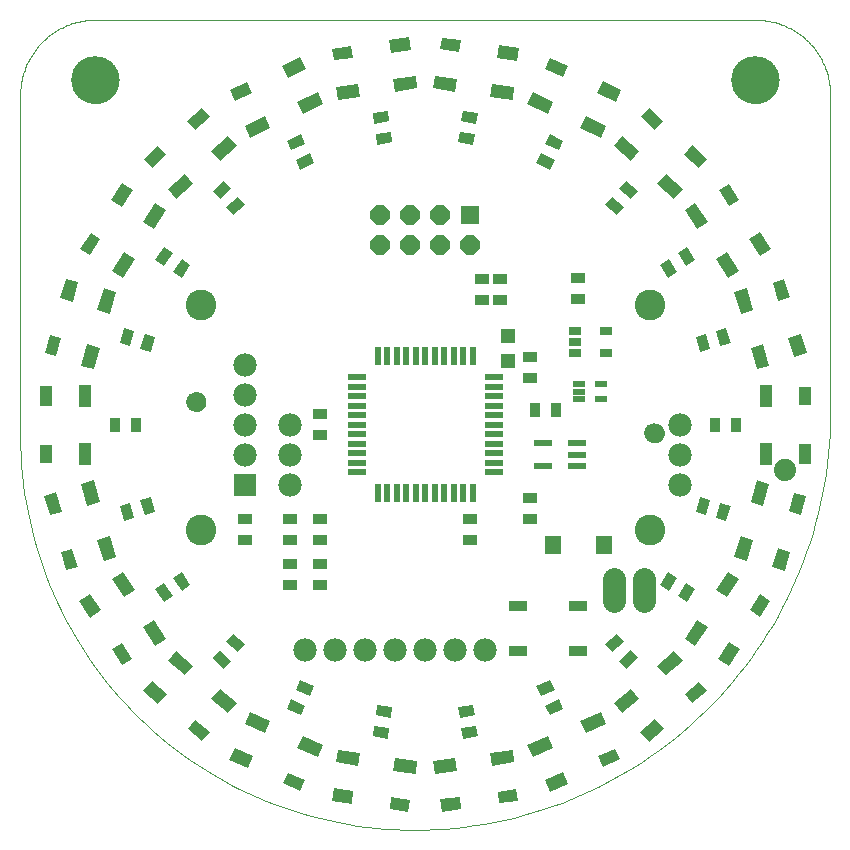
<source format=gts>
G75*
%MOIN*%
%OFA0B0*%
%FSLAX25Y25*%
%IPPOS*%
%LPD*%
%AMOC8*
5,1,8,0,0,1.08239X$1,22.5*
%
%ADD10C,0.00000*%
%ADD11C,0.15900*%
%ADD12C,0.10243*%
%ADD13C,0.06600*%
%ADD14R,0.03550X0.05124*%
%ADD15R,0.05124X0.03550*%
%ADD16R,0.06306X0.01975*%
%ADD17C,0.07800*%
%ADD18C,0.07400*%
%ADD19R,0.07800X0.07800*%
%ADD20R,0.03943X0.06306*%
%ADD21R,0.04337X0.07487*%
%ADD22R,0.04337X0.06699*%
%ADD23R,0.06306X0.03943*%
%ADD24R,0.07487X0.04337*%
%ADD25R,0.06699X0.04337*%
%ADD26R,0.05124X0.05124*%
%ADD27R,0.06400X0.03400*%
%ADD28R,0.02132X0.06306*%
%ADD29R,0.06306X0.02132*%
%ADD30R,0.06400X0.06400*%
%ADD31OC8,0.06400*%
%ADD32R,0.05400X0.06187*%
%ADD33R,0.04337X0.01975*%
%ADD34C,0.07800*%
%ADD35R,0.04298X0.03117*%
D10*
X0002665Y0132750D02*
X0002665Y0246500D01*
X0002672Y0247104D01*
X0002694Y0247708D01*
X0002731Y0248311D01*
X0002782Y0248913D01*
X0002847Y0249513D01*
X0002927Y0250112D01*
X0003022Y0250709D01*
X0003131Y0251303D01*
X0003254Y0251895D01*
X0003391Y0252483D01*
X0003543Y0253068D01*
X0003709Y0253649D01*
X0003889Y0254225D01*
X0004082Y0254798D01*
X0004290Y0255365D01*
X0004511Y0255927D01*
X0004745Y0256484D01*
X0004993Y0257035D01*
X0005254Y0257580D01*
X0005529Y0258118D01*
X0005816Y0258650D01*
X0006116Y0259174D01*
X0006428Y0259691D01*
X0006753Y0260200D01*
X0007090Y0260702D01*
X0007440Y0261195D01*
X0007801Y0261679D01*
X0008173Y0262155D01*
X0008557Y0262621D01*
X0008952Y0263078D01*
X0009358Y0263525D01*
X0009775Y0263963D01*
X0010202Y0264390D01*
X0010640Y0264807D01*
X0011087Y0265213D01*
X0011544Y0265608D01*
X0012010Y0265992D01*
X0012486Y0266364D01*
X0012970Y0266725D01*
X0013463Y0267075D01*
X0013965Y0267412D01*
X0014474Y0267737D01*
X0014991Y0268049D01*
X0015515Y0268349D01*
X0016047Y0268636D01*
X0016585Y0268911D01*
X0017130Y0269172D01*
X0017681Y0269420D01*
X0018238Y0269654D01*
X0018800Y0269875D01*
X0019367Y0270083D01*
X0019940Y0270276D01*
X0020516Y0270456D01*
X0021097Y0270622D01*
X0021682Y0270774D01*
X0022270Y0270911D01*
X0022862Y0271034D01*
X0023456Y0271143D01*
X0024053Y0271238D01*
X0024652Y0271318D01*
X0025252Y0271383D01*
X0025854Y0271434D01*
X0026457Y0271471D01*
X0027061Y0271493D01*
X0027665Y0271500D01*
X0247650Y0271500D01*
X0239915Y0251500D02*
X0239917Y0251690D01*
X0239924Y0251880D01*
X0239936Y0252070D01*
X0239952Y0252260D01*
X0239973Y0252449D01*
X0239999Y0252637D01*
X0240029Y0252825D01*
X0240064Y0253012D01*
X0240103Y0253198D01*
X0240147Y0253383D01*
X0240196Y0253567D01*
X0240249Y0253750D01*
X0240306Y0253931D01*
X0240368Y0254111D01*
X0240434Y0254289D01*
X0240505Y0254466D01*
X0240580Y0254641D01*
X0240659Y0254814D01*
X0240743Y0254984D01*
X0240830Y0255153D01*
X0240922Y0255320D01*
X0241018Y0255484D01*
X0241117Y0255646D01*
X0241221Y0255806D01*
X0241329Y0255963D01*
X0241440Y0256117D01*
X0241555Y0256268D01*
X0241674Y0256417D01*
X0241797Y0256562D01*
X0241923Y0256705D01*
X0242052Y0256844D01*
X0242185Y0256980D01*
X0242321Y0257113D01*
X0242460Y0257242D01*
X0242603Y0257368D01*
X0242748Y0257491D01*
X0242897Y0257610D01*
X0243048Y0257725D01*
X0243202Y0257836D01*
X0243359Y0257944D01*
X0243519Y0258048D01*
X0243681Y0258147D01*
X0243845Y0258243D01*
X0244012Y0258335D01*
X0244181Y0258422D01*
X0244351Y0258506D01*
X0244524Y0258585D01*
X0244699Y0258660D01*
X0244876Y0258731D01*
X0245054Y0258797D01*
X0245234Y0258859D01*
X0245415Y0258916D01*
X0245598Y0258969D01*
X0245782Y0259018D01*
X0245967Y0259062D01*
X0246153Y0259101D01*
X0246340Y0259136D01*
X0246528Y0259166D01*
X0246716Y0259192D01*
X0246905Y0259213D01*
X0247095Y0259229D01*
X0247285Y0259241D01*
X0247475Y0259248D01*
X0247665Y0259250D01*
X0247855Y0259248D01*
X0248045Y0259241D01*
X0248235Y0259229D01*
X0248425Y0259213D01*
X0248614Y0259192D01*
X0248802Y0259166D01*
X0248990Y0259136D01*
X0249177Y0259101D01*
X0249363Y0259062D01*
X0249548Y0259018D01*
X0249732Y0258969D01*
X0249915Y0258916D01*
X0250096Y0258859D01*
X0250276Y0258797D01*
X0250454Y0258731D01*
X0250631Y0258660D01*
X0250806Y0258585D01*
X0250979Y0258506D01*
X0251149Y0258422D01*
X0251318Y0258335D01*
X0251485Y0258243D01*
X0251649Y0258147D01*
X0251811Y0258048D01*
X0251971Y0257944D01*
X0252128Y0257836D01*
X0252282Y0257725D01*
X0252433Y0257610D01*
X0252582Y0257491D01*
X0252727Y0257368D01*
X0252870Y0257242D01*
X0253009Y0257113D01*
X0253145Y0256980D01*
X0253278Y0256844D01*
X0253407Y0256705D01*
X0253533Y0256562D01*
X0253656Y0256417D01*
X0253775Y0256268D01*
X0253890Y0256117D01*
X0254001Y0255963D01*
X0254109Y0255806D01*
X0254213Y0255646D01*
X0254312Y0255484D01*
X0254408Y0255320D01*
X0254500Y0255153D01*
X0254587Y0254984D01*
X0254671Y0254814D01*
X0254750Y0254641D01*
X0254825Y0254466D01*
X0254896Y0254289D01*
X0254962Y0254111D01*
X0255024Y0253931D01*
X0255081Y0253750D01*
X0255134Y0253567D01*
X0255183Y0253383D01*
X0255227Y0253198D01*
X0255266Y0253012D01*
X0255301Y0252825D01*
X0255331Y0252637D01*
X0255357Y0252449D01*
X0255378Y0252260D01*
X0255394Y0252070D01*
X0255406Y0251880D01*
X0255413Y0251690D01*
X0255415Y0251500D01*
X0255413Y0251310D01*
X0255406Y0251120D01*
X0255394Y0250930D01*
X0255378Y0250740D01*
X0255357Y0250551D01*
X0255331Y0250363D01*
X0255301Y0250175D01*
X0255266Y0249988D01*
X0255227Y0249802D01*
X0255183Y0249617D01*
X0255134Y0249433D01*
X0255081Y0249250D01*
X0255024Y0249069D01*
X0254962Y0248889D01*
X0254896Y0248711D01*
X0254825Y0248534D01*
X0254750Y0248359D01*
X0254671Y0248186D01*
X0254587Y0248016D01*
X0254500Y0247847D01*
X0254408Y0247680D01*
X0254312Y0247516D01*
X0254213Y0247354D01*
X0254109Y0247194D01*
X0254001Y0247037D01*
X0253890Y0246883D01*
X0253775Y0246732D01*
X0253656Y0246583D01*
X0253533Y0246438D01*
X0253407Y0246295D01*
X0253278Y0246156D01*
X0253145Y0246020D01*
X0253009Y0245887D01*
X0252870Y0245758D01*
X0252727Y0245632D01*
X0252582Y0245509D01*
X0252433Y0245390D01*
X0252282Y0245275D01*
X0252128Y0245164D01*
X0251971Y0245056D01*
X0251811Y0244952D01*
X0251649Y0244853D01*
X0251485Y0244757D01*
X0251318Y0244665D01*
X0251149Y0244578D01*
X0250979Y0244494D01*
X0250806Y0244415D01*
X0250631Y0244340D01*
X0250454Y0244269D01*
X0250276Y0244203D01*
X0250096Y0244141D01*
X0249915Y0244084D01*
X0249732Y0244031D01*
X0249548Y0243982D01*
X0249363Y0243938D01*
X0249177Y0243899D01*
X0248990Y0243864D01*
X0248802Y0243834D01*
X0248614Y0243808D01*
X0248425Y0243787D01*
X0248235Y0243771D01*
X0248045Y0243759D01*
X0247855Y0243752D01*
X0247665Y0243750D01*
X0247475Y0243752D01*
X0247285Y0243759D01*
X0247095Y0243771D01*
X0246905Y0243787D01*
X0246716Y0243808D01*
X0246528Y0243834D01*
X0246340Y0243864D01*
X0246153Y0243899D01*
X0245967Y0243938D01*
X0245782Y0243982D01*
X0245598Y0244031D01*
X0245415Y0244084D01*
X0245234Y0244141D01*
X0245054Y0244203D01*
X0244876Y0244269D01*
X0244699Y0244340D01*
X0244524Y0244415D01*
X0244351Y0244494D01*
X0244181Y0244578D01*
X0244012Y0244665D01*
X0243845Y0244757D01*
X0243681Y0244853D01*
X0243519Y0244952D01*
X0243359Y0245056D01*
X0243202Y0245164D01*
X0243048Y0245275D01*
X0242897Y0245390D01*
X0242748Y0245509D01*
X0242603Y0245632D01*
X0242460Y0245758D01*
X0242321Y0245887D01*
X0242185Y0246020D01*
X0242052Y0246156D01*
X0241923Y0246295D01*
X0241797Y0246438D01*
X0241674Y0246583D01*
X0241555Y0246732D01*
X0241440Y0246883D01*
X0241329Y0247037D01*
X0241221Y0247194D01*
X0241117Y0247354D01*
X0241018Y0247516D01*
X0240922Y0247680D01*
X0240830Y0247847D01*
X0240743Y0248016D01*
X0240659Y0248186D01*
X0240580Y0248359D01*
X0240505Y0248534D01*
X0240434Y0248711D01*
X0240368Y0248889D01*
X0240306Y0249069D01*
X0240249Y0249250D01*
X0240196Y0249433D01*
X0240147Y0249617D01*
X0240103Y0249802D01*
X0240064Y0249988D01*
X0240029Y0250175D01*
X0239999Y0250363D01*
X0239973Y0250551D01*
X0239952Y0250740D01*
X0239936Y0250930D01*
X0239924Y0251120D01*
X0239917Y0251310D01*
X0239915Y0251500D01*
X0247649Y0271500D02*
X0248254Y0271493D01*
X0248858Y0271471D01*
X0249461Y0271434D01*
X0250063Y0271383D01*
X0250664Y0271318D01*
X0251263Y0271238D01*
X0251860Y0271143D01*
X0252454Y0271034D01*
X0253046Y0270911D01*
X0253634Y0270773D01*
X0254219Y0270621D01*
X0254801Y0270456D01*
X0255377Y0270276D01*
X0255950Y0270082D01*
X0256518Y0269874D01*
X0257080Y0269653D01*
X0257637Y0269419D01*
X0258188Y0269170D01*
X0258733Y0268909D01*
X0259271Y0268635D01*
X0259803Y0268347D01*
X0260327Y0268047D01*
X0260845Y0267734D01*
X0261354Y0267409D01*
X0261855Y0267072D01*
X0262348Y0266722D01*
X0262833Y0266361D01*
X0263309Y0265988D01*
X0263775Y0265604D01*
X0264232Y0265209D01*
X0264680Y0264802D01*
X0265117Y0264385D01*
X0265544Y0263958D01*
X0265961Y0263520D01*
X0266367Y0263073D01*
X0266762Y0262615D01*
X0267146Y0262149D01*
X0267519Y0261673D01*
X0267880Y0261188D01*
X0268229Y0260695D01*
X0268566Y0260193D01*
X0268891Y0259684D01*
X0269203Y0259166D01*
X0269503Y0258642D01*
X0269790Y0258110D01*
X0270064Y0257571D01*
X0270325Y0257026D01*
X0270573Y0256475D01*
X0270808Y0255918D01*
X0271028Y0255355D01*
X0271236Y0254788D01*
X0271429Y0254215D01*
X0271609Y0253638D01*
X0271774Y0253057D01*
X0271925Y0252472D01*
X0272063Y0251883D01*
X0272186Y0251292D01*
X0272294Y0250697D01*
X0272389Y0250100D01*
X0272468Y0249501D01*
X0272534Y0248900D01*
X0272584Y0248298D01*
X0272620Y0247695D01*
X0272642Y0247091D01*
X0272649Y0246487D01*
X0272650Y0246486D02*
X0272586Y0140172D01*
X0210943Y0133783D02*
X0210945Y0133894D01*
X0210951Y0134005D01*
X0210961Y0134116D01*
X0210975Y0134227D01*
X0210993Y0134337D01*
X0211015Y0134446D01*
X0211040Y0134554D01*
X0211070Y0134661D01*
X0211103Y0134767D01*
X0211141Y0134872D01*
X0211182Y0134976D01*
X0211226Y0135078D01*
X0211275Y0135178D01*
X0211326Y0135276D01*
X0211382Y0135373D01*
X0211441Y0135467D01*
X0211503Y0135560D01*
X0211568Y0135650D01*
X0211637Y0135737D01*
X0211708Y0135823D01*
X0211783Y0135905D01*
X0211861Y0135985D01*
X0211941Y0136062D01*
X0212024Y0136136D01*
X0212110Y0136207D01*
X0212198Y0136274D01*
X0212289Y0136339D01*
X0212382Y0136400D01*
X0212477Y0136458D01*
X0212574Y0136513D01*
X0212673Y0136564D01*
X0212774Y0136611D01*
X0212876Y0136655D01*
X0212980Y0136695D01*
X0213085Y0136731D01*
X0213191Y0136764D01*
X0213299Y0136792D01*
X0213408Y0136817D01*
X0213517Y0136838D01*
X0213627Y0136855D01*
X0213737Y0136868D01*
X0213848Y0136877D01*
X0213960Y0136882D01*
X0214071Y0136883D01*
X0214182Y0136880D01*
X0214293Y0136873D01*
X0214404Y0136862D01*
X0214514Y0136847D01*
X0214624Y0136828D01*
X0214733Y0136805D01*
X0214841Y0136779D01*
X0214948Y0136748D01*
X0215054Y0136714D01*
X0215158Y0136675D01*
X0215261Y0136634D01*
X0215363Y0136588D01*
X0215463Y0136539D01*
X0215561Y0136486D01*
X0215657Y0136430D01*
X0215751Y0136370D01*
X0215843Y0136307D01*
X0215932Y0136241D01*
X0216019Y0136172D01*
X0216103Y0136099D01*
X0216185Y0136024D01*
X0216264Y0135945D01*
X0216341Y0135864D01*
X0216414Y0135780D01*
X0216484Y0135694D01*
X0216551Y0135605D01*
X0216615Y0135514D01*
X0216675Y0135421D01*
X0216732Y0135325D01*
X0216786Y0135227D01*
X0216836Y0135128D01*
X0216882Y0135027D01*
X0216925Y0134924D01*
X0216964Y0134820D01*
X0217000Y0134714D01*
X0217031Y0134608D01*
X0217059Y0134500D01*
X0217083Y0134391D01*
X0217103Y0134282D01*
X0217119Y0134172D01*
X0217131Y0134061D01*
X0217139Y0133950D01*
X0217143Y0133839D01*
X0217143Y0133727D01*
X0217139Y0133616D01*
X0217131Y0133505D01*
X0217119Y0133394D01*
X0217103Y0133284D01*
X0217083Y0133175D01*
X0217059Y0133066D01*
X0217031Y0132958D01*
X0217000Y0132852D01*
X0216964Y0132746D01*
X0216925Y0132642D01*
X0216882Y0132539D01*
X0216836Y0132438D01*
X0216786Y0132339D01*
X0216732Y0132241D01*
X0216675Y0132145D01*
X0216615Y0132052D01*
X0216551Y0131961D01*
X0216484Y0131872D01*
X0216414Y0131786D01*
X0216341Y0131702D01*
X0216264Y0131621D01*
X0216185Y0131542D01*
X0216103Y0131467D01*
X0216019Y0131394D01*
X0215932Y0131325D01*
X0215843Y0131259D01*
X0215751Y0131196D01*
X0215657Y0131136D01*
X0215561Y0131080D01*
X0215463Y0131027D01*
X0215363Y0130978D01*
X0215261Y0130932D01*
X0215158Y0130891D01*
X0215054Y0130852D01*
X0214948Y0130818D01*
X0214841Y0130787D01*
X0214733Y0130761D01*
X0214624Y0130738D01*
X0214514Y0130719D01*
X0214404Y0130704D01*
X0214293Y0130693D01*
X0214182Y0130686D01*
X0214071Y0130683D01*
X0213960Y0130684D01*
X0213848Y0130689D01*
X0213737Y0130698D01*
X0213627Y0130711D01*
X0213517Y0130728D01*
X0213408Y0130749D01*
X0213299Y0130774D01*
X0213191Y0130802D01*
X0213085Y0130835D01*
X0212980Y0130871D01*
X0212876Y0130911D01*
X0212774Y0130955D01*
X0212673Y0131002D01*
X0212574Y0131053D01*
X0212477Y0131108D01*
X0212382Y0131166D01*
X0212289Y0131227D01*
X0212198Y0131292D01*
X0212110Y0131359D01*
X0212024Y0131430D01*
X0211941Y0131504D01*
X0211861Y0131581D01*
X0211783Y0131661D01*
X0211708Y0131743D01*
X0211637Y0131829D01*
X0211568Y0131916D01*
X0211503Y0132006D01*
X0211441Y0132099D01*
X0211382Y0132193D01*
X0211326Y0132290D01*
X0211275Y0132388D01*
X0211226Y0132488D01*
X0211182Y0132590D01*
X0211141Y0132694D01*
X0211103Y0132799D01*
X0211070Y0132905D01*
X0211040Y0133012D01*
X0211015Y0133120D01*
X0210993Y0133229D01*
X0210975Y0133339D01*
X0210961Y0133450D01*
X0210951Y0133561D01*
X0210945Y0133672D01*
X0210943Y0133783D01*
X0133914Y0001500D02*
X0130743Y0001538D01*
X0127573Y0001653D01*
X0124407Y0001845D01*
X0121247Y0002113D01*
X0118094Y0002457D01*
X0114950Y0002877D01*
X0111817Y0003373D01*
X0108697Y0003945D01*
X0105592Y0004592D01*
X0102504Y0005314D01*
X0099434Y0006110D01*
X0096384Y0006980D01*
X0093356Y0007924D01*
X0090351Y0008940D01*
X0087372Y0010029D01*
X0084420Y0011190D01*
X0081497Y0012421D01*
X0078605Y0013723D01*
X0075745Y0015094D01*
X0072919Y0016534D01*
X0070129Y0018042D01*
X0067376Y0019616D01*
X0064661Y0021257D01*
X0061987Y0022963D01*
X0059356Y0024733D01*
X0056767Y0026567D01*
X0054224Y0028462D01*
X0051727Y0030418D01*
X0049278Y0032434D01*
X0046879Y0034508D01*
X0044531Y0036640D01*
X0042234Y0038828D01*
X0039992Y0041070D01*
X0037804Y0043367D01*
X0035672Y0045715D01*
X0033598Y0048114D01*
X0031582Y0050563D01*
X0029626Y0053060D01*
X0027731Y0055603D01*
X0025897Y0058192D01*
X0024127Y0060823D01*
X0022421Y0063497D01*
X0020780Y0066212D01*
X0019206Y0068965D01*
X0017698Y0071755D01*
X0016258Y0074581D01*
X0014887Y0077441D01*
X0013585Y0080333D01*
X0012354Y0083256D01*
X0011193Y0086208D01*
X0010104Y0089187D01*
X0009088Y0092192D01*
X0008144Y0095220D01*
X0007274Y0098270D01*
X0006478Y0101340D01*
X0005756Y0104428D01*
X0005109Y0107533D01*
X0004537Y0110653D01*
X0004041Y0113786D01*
X0003621Y0116930D01*
X0003277Y0120083D01*
X0003009Y0123243D01*
X0002817Y0126409D01*
X0002702Y0129579D01*
X0002664Y0132750D01*
X0058187Y0144217D02*
X0058189Y0144328D01*
X0058195Y0144439D01*
X0058205Y0144550D01*
X0058219Y0144661D01*
X0058237Y0144771D01*
X0058259Y0144880D01*
X0058284Y0144988D01*
X0058314Y0145095D01*
X0058347Y0145201D01*
X0058385Y0145306D01*
X0058426Y0145410D01*
X0058470Y0145512D01*
X0058519Y0145612D01*
X0058570Y0145710D01*
X0058626Y0145807D01*
X0058685Y0145901D01*
X0058747Y0145994D01*
X0058812Y0146084D01*
X0058881Y0146171D01*
X0058952Y0146257D01*
X0059027Y0146339D01*
X0059105Y0146419D01*
X0059185Y0146496D01*
X0059268Y0146570D01*
X0059354Y0146641D01*
X0059442Y0146708D01*
X0059533Y0146773D01*
X0059626Y0146834D01*
X0059721Y0146892D01*
X0059818Y0146947D01*
X0059917Y0146998D01*
X0060018Y0147045D01*
X0060120Y0147089D01*
X0060224Y0147129D01*
X0060329Y0147165D01*
X0060435Y0147198D01*
X0060543Y0147226D01*
X0060652Y0147251D01*
X0060761Y0147272D01*
X0060871Y0147289D01*
X0060981Y0147302D01*
X0061092Y0147311D01*
X0061204Y0147316D01*
X0061315Y0147317D01*
X0061426Y0147314D01*
X0061537Y0147307D01*
X0061648Y0147296D01*
X0061758Y0147281D01*
X0061868Y0147262D01*
X0061977Y0147239D01*
X0062085Y0147213D01*
X0062192Y0147182D01*
X0062298Y0147148D01*
X0062402Y0147109D01*
X0062505Y0147068D01*
X0062607Y0147022D01*
X0062707Y0146973D01*
X0062805Y0146920D01*
X0062901Y0146864D01*
X0062995Y0146804D01*
X0063087Y0146741D01*
X0063176Y0146675D01*
X0063263Y0146606D01*
X0063347Y0146533D01*
X0063429Y0146458D01*
X0063508Y0146379D01*
X0063585Y0146298D01*
X0063658Y0146214D01*
X0063728Y0146128D01*
X0063795Y0146039D01*
X0063859Y0145948D01*
X0063919Y0145855D01*
X0063976Y0145759D01*
X0064030Y0145661D01*
X0064080Y0145562D01*
X0064126Y0145461D01*
X0064169Y0145358D01*
X0064208Y0145254D01*
X0064244Y0145148D01*
X0064275Y0145042D01*
X0064303Y0144934D01*
X0064327Y0144825D01*
X0064347Y0144716D01*
X0064363Y0144606D01*
X0064375Y0144495D01*
X0064383Y0144384D01*
X0064387Y0144273D01*
X0064387Y0144161D01*
X0064383Y0144050D01*
X0064375Y0143939D01*
X0064363Y0143828D01*
X0064347Y0143718D01*
X0064327Y0143609D01*
X0064303Y0143500D01*
X0064275Y0143392D01*
X0064244Y0143286D01*
X0064208Y0143180D01*
X0064169Y0143076D01*
X0064126Y0142973D01*
X0064080Y0142872D01*
X0064030Y0142773D01*
X0063976Y0142675D01*
X0063919Y0142579D01*
X0063859Y0142486D01*
X0063795Y0142395D01*
X0063728Y0142306D01*
X0063658Y0142220D01*
X0063585Y0142136D01*
X0063508Y0142055D01*
X0063429Y0141976D01*
X0063347Y0141901D01*
X0063263Y0141828D01*
X0063176Y0141759D01*
X0063087Y0141693D01*
X0062995Y0141630D01*
X0062901Y0141570D01*
X0062805Y0141514D01*
X0062707Y0141461D01*
X0062607Y0141412D01*
X0062505Y0141366D01*
X0062402Y0141325D01*
X0062298Y0141286D01*
X0062192Y0141252D01*
X0062085Y0141221D01*
X0061977Y0141195D01*
X0061868Y0141172D01*
X0061758Y0141153D01*
X0061648Y0141138D01*
X0061537Y0141127D01*
X0061426Y0141120D01*
X0061315Y0141117D01*
X0061204Y0141118D01*
X0061092Y0141123D01*
X0060981Y0141132D01*
X0060871Y0141145D01*
X0060761Y0141162D01*
X0060652Y0141183D01*
X0060543Y0141208D01*
X0060435Y0141236D01*
X0060329Y0141269D01*
X0060224Y0141305D01*
X0060120Y0141345D01*
X0060018Y0141389D01*
X0059917Y0141436D01*
X0059818Y0141487D01*
X0059721Y0141542D01*
X0059626Y0141600D01*
X0059533Y0141661D01*
X0059442Y0141726D01*
X0059354Y0141793D01*
X0059268Y0141864D01*
X0059185Y0141938D01*
X0059105Y0142015D01*
X0059027Y0142095D01*
X0058952Y0142177D01*
X0058881Y0142263D01*
X0058812Y0142350D01*
X0058747Y0142440D01*
X0058685Y0142533D01*
X0058626Y0142627D01*
X0058570Y0142724D01*
X0058519Y0142822D01*
X0058470Y0142922D01*
X0058426Y0143024D01*
X0058385Y0143128D01*
X0058347Y0143233D01*
X0058314Y0143339D01*
X0058284Y0143446D01*
X0058259Y0143554D01*
X0058237Y0143663D01*
X0058219Y0143773D01*
X0058205Y0143884D01*
X0058195Y0143995D01*
X0058189Y0144106D01*
X0058187Y0144217D01*
X0133914Y0001500D02*
X0137265Y0001540D01*
X0140614Y0001662D01*
X0143959Y0001864D01*
X0147298Y0002147D01*
X0150629Y0002511D01*
X0153951Y0002955D01*
X0157260Y0003479D01*
X0160557Y0004083D01*
X0163837Y0004767D01*
X0167100Y0005530D01*
X0170344Y0006371D01*
X0173567Y0007290D01*
X0176766Y0008287D01*
X0179940Y0009361D01*
X0183088Y0010511D01*
X0186206Y0011738D01*
X0189295Y0013039D01*
X0192351Y0014414D01*
X0195372Y0015863D01*
X0198358Y0017384D01*
X0201306Y0018977D01*
X0204215Y0020641D01*
X0207083Y0022375D01*
X0209908Y0024177D01*
X0212689Y0026047D01*
X0215423Y0027984D01*
X0218110Y0029986D01*
X0220748Y0032053D01*
X0223336Y0034183D01*
X0225871Y0036375D01*
X0228352Y0038627D01*
X0230778Y0040938D01*
X0233148Y0043308D01*
X0235459Y0045734D01*
X0237711Y0048215D01*
X0239903Y0050750D01*
X0242033Y0053338D01*
X0244100Y0055976D01*
X0246102Y0058663D01*
X0248039Y0061397D01*
X0249909Y0064178D01*
X0251711Y0067003D01*
X0253445Y0069871D01*
X0255109Y0072780D01*
X0256702Y0075728D01*
X0258223Y0078714D01*
X0259672Y0081735D01*
X0261047Y0084791D01*
X0262348Y0087880D01*
X0263575Y0090998D01*
X0264725Y0094146D01*
X0265799Y0097320D01*
X0266796Y0100519D01*
X0267715Y0103742D01*
X0268556Y0106986D01*
X0269319Y0110249D01*
X0270003Y0113529D01*
X0270607Y0116826D01*
X0271131Y0120135D01*
X0271575Y0123457D01*
X0271939Y0126788D01*
X0272222Y0130127D01*
X0272424Y0133472D01*
X0272546Y0136821D01*
X0272586Y0140172D01*
X0019915Y0251500D02*
X0019917Y0251690D01*
X0019924Y0251880D01*
X0019936Y0252070D01*
X0019952Y0252260D01*
X0019973Y0252449D01*
X0019999Y0252637D01*
X0020029Y0252825D01*
X0020064Y0253012D01*
X0020103Y0253198D01*
X0020147Y0253383D01*
X0020196Y0253567D01*
X0020249Y0253750D01*
X0020306Y0253931D01*
X0020368Y0254111D01*
X0020434Y0254289D01*
X0020505Y0254466D01*
X0020580Y0254641D01*
X0020659Y0254814D01*
X0020743Y0254984D01*
X0020830Y0255153D01*
X0020922Y0255320D01*
X0021018Y0255484D01*
X0021117Y0255646D01*
X0021221Y0255806D01*
X0021329Y0255963D01*
X0021440Y0256117D01*
X0021555Y0256268D01*
X0021674Y0256417D01*
X0021797Y0256562D01*
X0021923Y0256705D01*
X0022052Y0256844D01*
X0022185Y0256980D01*
X0022321Y0257113D01*
X0022460Y0257242D01*
X0022603Y0257368D01*
X0022748Y0257491D01*
X0022897Y0257610D01*
X0023048Y0257725D01*
X0023202Y0257836D01*
X0023359Y0257944D01*
X0023519Y0258048D01*
X0023681Y0258147D01*
X0023845Y0258243D01*
X0024012Y0258335D01*
X0024181Y0258422D01*
X0024351Y0258506D01*
X0024524Y0258585D01*
X0024699Y0258660D01*
X0024876Y0258731D01*
X0025054Y0258797D01*
X0025234Y0258859D01*
X0025415Y0258916D01*
X0025598Y0258969D01*
X0025782Y0259018D01*
X0025967Y0259062D01*
X0026153Y0259101D01*
X0026340Y0259136D01*
X0026528Y0259166D01*
X0026716Y0259192D01*
X0026905Y0259213D01*
X0027095Y0259229D01*
X0027285Y0259241D01*
X0027475Y0259248D01*
X0027665Y0259250D01*
X0027855Y0259248D01*
X0028045Y0259241D01*
X0028235Y0259229D01*
X0028425Y0259213D01*
X0028614Y0259192D01*
X0028802Y0259166D01*
X0028990Y0259136D01*
X0029177Y0259101D01*
X0029363Y0259062D01*
X0029548Y0259018D01*
X0029732Y0258969D01*
X0029915Y0258916D01*
X0030096Y0258859D01*
X0030276Y0258797D01*
X0030454Y0258731D01*
X0030631Y0258660D01*
X0030806Y0258585D01*
X0030979Y0258506D01*
X0031149Y0258422D01*
X0031318Y0258335D01*
X0031485Y0258243D01*
X0031649Y0258147D01*
X0031811Y0258048D01*
X0031971Y0257944D01*
X0032128Y0257836D01*
X0032282Y0257725D01*
X0032433Y0257610D01*
X0032582Y0257491D01*
X0032727Y0257368D01*
X0032870Y0257242D01*
X0033009Y0257113D01*
X0033145Y0256980D01*
X0033278Y0256844D01*
X0033407Y0256705D01*
X0033533Y0256562D01*
X0033656Y0256417D01*
X0033775Y0256268D01*
X0033890Y0256117D01*
X0034001Y0255963D01*
X0034109Y0255806D01*
X0034213Y0255646D01*
X0034312Y0255484D01*
X0034408Y0255320D01*
X0034500Y0255153D01*
X0034587Y0254984D01*
X0034671Y0254814D01*
X0034750Y0254641D01*
X0034825Y0254466D01*
X0034896Y0254289D01*
X0034962Y0254111D01*
X0035024Y0253931D01*
X0035081Y0253750D01*
X0035134Y0253567D01*
X0035183Y0253383D01*
X0035227Y0253198D01*
X0035266Y0253012D01*
X0035301Y0252825D01*
X0035331Y0252637D01*
X0035357Y0252449D01*
X0035378Y0252260D01*
X0035394Y0252070D01*
X0035406Y0251880D01*
X0035413Y0251690D01*
X0035415Y0251500D01*
X0035413Y0251310D01*
X0035406Y0251120D01*
X0035394Y0250930D01*
X0035378Y0250740D01*
X0035357Y0250551D01*
X0035331Y0250363D01*
X0035301Y0250175D01*
X0035266Y0249988D01*
X0035227Y0249802D01*
X0035183Y0249617D01*
X0035134Y0249433D01*
X0035081Y0249250D01*
X0035024Y0249069D01*
X0034962Y0248889D01*
X0034896Y0248711D01*
X0034825Y0248534D01*
X0034750Y0248359D01*
X0034671Y0248186D01*
X0034587Y0248016D01*
X0034500Y0247847D01*
X0034408Y0247680D01*
X0034312Y0247516D01*
X0034213Y0247354D01*
X0034109Y0247194D01*
X0034001Y0247037D01*
X0033890Y0246883D01*
X0033775Y0246732D01*
X0033656Y0246583D01*
X0033533Y0246438D01*
X0033407Y0246295D01*
X0033278Y0246156D01*
X0033145Y0246020D01*
X0033009Y0245887D01*
X0032870Y0245758D01*
X0032727Y0245632D01*
X0032582Y0245509D01*
X0032433Y0245390D01*
X0032282Y0245275D01*
X0032128Y0245164D01*
X0031971Y0245056D01*
X0031811Y0244952D01*
X0031649Y0244853D01*
X0031485Y0244757D01*
X0031318Y0244665D01*
X0031149Y0244578D01*
X0030979Y0244494D01*
X0030806Y0244415D01*
X0030631Y0244340D01*
X0030454Y0244269D01*
X0030276Y0244203D01*
X0030096Y0244141D01*
X0029915Y0244084D01*
X0029732Y0244031D01*
X0029548Y0243982D01*
X0029363Y0243938D01*
X0029177Y0243899D01*
X0028990Y0243864D01*
X0028802Y0243834D01*
X0028614Y0243808D01*
X0028425Y0243787D01*
X0028235Y0243771D01*
X0028045Y0243759D01*
X0027855Y0243752D01*
X0027665Y0243750D01*
X0027475Y0243752D01*
X0027285Y0243759D01*
X0027095Y0243771D01*
X0026905Y0243787D01*
X0026716Y0243808D01*
X0026528Y0243834D01*
X0026340Y0243864D01*
X0026153Y0243899D01*
X0025967Y0243938D01*
X0025782Y0243982D01*
X0025598Y0244031D01*
X0025415Y0244084D01*
X0025234Y0244141D01*
X0025054Y0244203D01*
X0024876Y0244269D01*
X0024699Y0244340D01*
X0024524Y0244415D01*
X0024351Y0244494D01*
X0024181Y0244578D01*
X0024012Y0244665D01*
X0023845Y0244757D01*
X0023681Y0244853D01*
X0023519Y0244952D01*
X0023359Y0245056D01*
X0023202Y0245164D01*
X0023048Y0245275D01*
X0022897Y0245390D01*
X0022748Y0245509D01*
X0022603Y0245632D01*
X0022460Y0245758D01*
X0022321Y0245887D01*
X0022185Y0246020D01*
X0022052Y0246156D01*
X0021923Y0246295D01*
X0021797Y0246438D01*
X0021674Y0246583D01*
X0021555Y0246732D01*
X0021440Y0246883D01*
X0021329Y0247037D01*
X0021221Y0247194D01*
X0021117Y0247354D01*
X0021018Y0247516D01*
X0020922Y0247680D01*
X0020830Y0247847D01*
X0020743Y0248016D01*
X0020659Y0248186D01*
X0020580Y0248359D01*
X0020505Y0248534D01*
X0020434Y0248711D01*
X0020368Y0248889D01*
X0020306Y0249069D01*
X0020249Y0249250D01*
X0020196Y0249433D01*
X0020147Y0249617D01*
X0020103Y0249802D01*
X0020064Y0249988D01*
X0020029Y0250175D01*
X0019999Y0250363D01*
X0019973Y0250551D01*
X0019952Y0250740D01*
X0019936Y0250930D01*
X0019924Y0251120D01*
X0019917Y0251310D01*
X0019915Y0251500D01*
D11*
X0027665Y0251500D03*
X0247665Y0251500D03*
D12*
X0212468Y0176500D03*
X0212468Y0101500D03*
X0062862Y0101500D03*
X0062862Y0176500D03*
D13*
X0061287Y0144217D03*
X0214043Y0133783D03*
D14*
X0234121Y0136500D03*
X0241208Y0136500D03*
G36*
X0227791Y0165639D02*
X0231197Y0166636D01*
X0232635Y0161719D01*
X0229229Y0160722D01*
X0227791Y0165639D01*
G37*
G36*
X0234593Y0167628D02*
X0237999Y0168625D01*
X0239437Y0163708D01*
X0236031Y0162711D01*
X0234593Y0167628D01*
G37*
G36*
X0215931Y0189847D02*
X0218917Y0191764D01*
X0221685Y0187453D01*
X0218699Y0185536D01*
X0215931Y0189847D01*
G37*
G36*
X0221895Y0193675D02*
X0224881Y0195592D01*
X0227649Y0191281D01*
X0224663Y0189364D01*
X0221895Y0193675D01*
G37*
G36*
X0197733Y0209732D02*
X0200057Y0212416D01*
X0203929Y0209062D01*
X0201605Y0206378D01*
X0197733Y0209732D01*
G37*
G36*
X0202373Y0215088D02*
X0204697Y0217772D01*
X0208569Y0214418D01*
X0206245Y0211734D01*
X0202373Y0215088D01*
G37*
G36*
X0177609Y0230135D02*
X0179081Y0233364D01*
X0183743Y0231239D01*
X0182271Y0228010D01*
X0177609Y0230135D01*
G37*
G36*
X0174670Y0223687D02*
X0176142Y0226916D01*
X0180804Y0224791D01*
X0179332Y0221562D01*
X0174670Y0223687D01*
G37*
G36*
X0148603Y0230584D02*
X0149109Y0234097D01*
X0154179Y0233366D01*
X0153673Y0229853D01*
X0148603Y0230584D01*
G37*
G36*
X0149614Y0237598D02*
X0150120Y0241111D01*
X0155190Y0240380D01*
X0154684Y0236867D01*
X0149614Y0237598D01*
G37*
G36*
X0121657Y0229853D02*
X0121151Y0233366D01*
X0126221Y0234097D01*
X0126727Y0230584D01*
X0121657Y0229853D01*
G37*
G36*
X0120646Y0236867D02*
X0120140Y0240380D01*
X0125210Y0241111D01*
X0125716Y0237598D01*
X0120646Y0236867D01*
G37*
G36*
X0095998Y0221562D02*
X0094526Y0224791D01*
X0099188Y0226916D01*
X0100660Y0223687D01*
X0095998Y0221562D01*
G37*
G36*
X0093059Y0228010D02*
X0091587Y0231239D01*
X0096249Y0233364D01*
X0097721Y0230135D01*
X0093059Y0228010D01*
G37*
G36*
X0073725Y0206378D02*
X0071401Y0209062D01*
X0075273Y0212416D01*
X0077597Y0209732D01*
X0073725Y0206378D01*
G37*
G36*
X0069085Y0211734D02*
X0066761Y0214418D01*
X0070633Y0217772D01*
X0072957Y0215088D01*
X0069085Y0211734D01*
G37*
G36*
X0050667Y0189364D02*
X0047681Y0191281D01*
X0050449Y0195592D01*
X0053435Y0193675D01*
X0050667Y0189364D01*
G37*
G36*
X0056630Y0185536D02*
X0053644Y0187453D01*
X0056412Y0191764D01*
X0059398Y0189847D01*
X0056630Y0185536D01*
G37*
G36*
X0039299Y0162711D02*
X0035893Y0163708D01*
X0037331Y0168625D01*
X0040737Y0167628D01*
X0039299Y0162711D01*
G37*
G36*
X0046100Y0160722D02*
X0042694Y0161719D01*
X0044132Y0166636D01*
X0047538Y0165639D01*
X0046100Y0160722D01*
G37*
X0041208Y0136500D03*
X0034121Y0136500D03*
G36*
X0047538Y0107361D02*
X0044132Y0106364D01*
X0042694Y0111281D01*
X0046100Y0112278D01*
X0047538Y0107361D01*
G37*
G36*
X0040737Y0105372D02*
X0037331Y0104375D01*
X0035893Y0109292D01*
X0039299Y0110289D01*
X0040737Y0105372D01*
G37*
G36*
X0059398Y0083153D02*
X0056412Y0081236D01*
X0053644Y0085547D01*
X0056630Y0087464D01*
X0059398Y0083153D01*
G37*
G36*
X0053435Y0079325D02*
X0050449Y0077408D01*
X0047681Y0081719D01*
X0050667Y0083636D01*
X0053435Y0079325D01*
G37*
G36*
X0077597Y0063268D02*
X0075273Y0060584D01*
X0071401Y0063938D01*
X0073725Y0066622D01*
X0077597Y0063268D01*
G37*
G36*
X0072957Y0057912D02*
X0070633Y0055228D01*
X0066761Y0058582D01*
X0069085Y0061266D01*
X0072957Y0057912D01*
G37*
G36*
X0097721Y0042865D02*
X0096249Y0039636D01*
X0091587Y0041761D01*
X0093059Y0044990D01*
X0097721Y0042865D01*
G37*
G36*
X0100660Y0049313D02*
X0099188Y0046084D01*
X0094526Y0048209D01*
X0095998Y0051438D01*
X0100660Y0049313D01*
G37*
G36*
X0125716Y0035402D02*
X0125210Y0031889D01*
X0120140Y0032620D01*
X0120646Y0036133D01*
X0125716Y0035402D01*
G37*
G36*
X0126727Y0042416D02*
X0126221Y0038903D01*
X0121151Y0039634D01*
X0121657Y0043147D01*
X0126727Y0042416D01*
G37*
G36*
X0153673Y0043147D02*
X0154179Y0039634D01*
X0149109Y0038903D01*
X0148603Y0042416D01*
X0153673Y0043147D01*
G37*
G36*
X0154684Y0036133D02*
X0155190Y0032620D01*
X0150120Y0031889D01*
X0149614Y0035402D01*
X0154684Y0036133D01*
G37*
G36*
X0179332Y0051438D02*
X0180804Y0048209D01*
X0176142Y0046084D01*
X0174670Y0049313D01*
X0179332Y0051438D01*
G37*
G36*
X0182271Y0044990D02*
X0183743Y0041761D01*
X0179081Y0039636D01*
X0177609Y0042865D01*
X0182271Y0044990D01*
G37*
G36*
X0201605Y0066622D02*
X0203929Y0063938D01*
X0200057Y0060584D01*
X0197733Y0063268D01*
X0201605Y0066622D01*
G37*
G36*
X0206245Y0061266D02*
X0208569Y0058582D01*
X0204697Y0055228D01*
X0202373Y0057912D01*
X0206245Y0061266D01*
G37*
G36*
X0224663Y0083636D02*
X0227649Y0081719D01*
X0224881Y0077408D01*
X0221895Y0079325D01*
X0224663Y0083636D01*
G37*
G36*
X0218699Y0087464D02*
X0221685Y0085547D01*
X0218917Y0081236D01*
X0215931Y0083153D01*
X0218699Y0087464D01*
G37*
G36*
X0236031Y0110289D02*
X0239437Y0109292D01*
X0237999Y0104375D01*
X0234593Y0105372D01*
X0236031Y0110289D01*
G37*
G36*
X0229229Y0112278D02*
X0232635Y0111281D01*
X0231197Y0106364D01*
X0227791Y0107361D01*
X0229229Y0112278D01*
G37*
X0181208Y0141500D03*
X0174121Y0141500D03*
D15*
X0172665Y0151957D03*
X0172665Y0159043D03*
X0162665Y0177957D03*
X0156665Y0177957D03*
X0156665Y0185043D03*
X0162665Y0185043D03*
X0188413Y0185358D03*
X0188413Y0178272D03*
X0172665Y0112012D03*
X0172665Y0104925D03*
X0152665Y0105043D03*
X0152665Y0097957D03*
X0102665Y0097957D03*
X0102665Y0105043D03*
X0092665Y0105043D03*
X0092665Y0097957D03*
X0092665Y0090043D03*
X0092665Y0082957D03*
X0102665Y0082957D03*
X0102665Y0090043D03*
X0077665Y0097957D03*
X0077665Y0105043D03*
X0102665Y0132957D03*
X0102665Y0140043D03*
D16*
X0177044Y0130280D03*
X0177044Y0122800D03*
X0188265Y0122800D03*
X0188265Y0126540D03*
X0188265Y0130280D03*
D17*
X0222665Y0126500D03*
X0222665Y0116500D03*
X0222665Y0136500D03*
X0157665Y0061500D03*
X0147665Y0061500D03*
X0137665Y0061500D03*
X0127665Y0061500D03*
X0117665Y0061500D03*
X0107665Y0061500D03*
X0097665Y0061500D03*
X0092665Y0116500D03*
X0092665Y0126500D03*
X0092665Y0136500D03*
X0077665Y0136500D03*
X0077665Y0146500D03*
X0077665Y0156500D03*
X0077665Y0126500D03*
D18*
X0257665Y0121500D03*
D19*
X0077665Y0116500D03*
D20*
X0011169Y0126854D03*
X0264161Y0146146D03*
D21*
X0251169Y0146146D03*
X0251169Y0126854D03*
X0024161Y0126854D03*
X0024161Y0146146D03*
D22*
X0011169Y0146146D03*
X0264161Y0126854D03*
D23*
G36*
X0258970Y0107654D02*
X0260740Y0113706D01*
X0264522Y0112600D01*
X0262752Y0106548D01*
X0258970Y0107654D01*
G37*
G36*
X0245932Y0074643D02*
X0249337Y0079949D01*
X0252654Y0077819D01*
X0249249Y0072513D01*
X0245932Y0074643D01*
G37*
G36*
X0224119Y0046641D02*
X0228884Y0050769D01*
X0231465Y0047789D01*
X0226700Y0043661D01*
X0224119Y0046641D01*
G37*
G36*
X0195300Y0025919D02*
X0201037Y0028534D01*
X0202672Y0024947D01*
X0196935Y0022332D01*
X0195300Y0025919D01*
G37*
G36*
X0161815Y0014169D02*
X0168055Y0015068D01*
X0168617Y0011167D01*
X0162377Y0010268D01*
X0161815Y0014169D01*
G37*
G36*
X0126369Y0012316D02*
X0132609Y0011417D01*
X0132047Y0007516D01*
X0125807Y0008415D01*
X0126369Y0012316D01*
G37*
G36*
X0091847Y0020534D02*
X0097584Y0017919D01*
X0095949Y0014332D01*
X0090212Y0016947D01*
X0091847Y0020534D01*
G37*
G36*
X0061027Y0038139D02*
X0065792Y0034011D01*
X0063211Y0031031D01*
X0058446Y0035159D01*
X0061027Y0038139D01*
G37*
G36*
X0036415Y0063715D02*
X0039820Y0058409D01*
X0036503Y0056279D01*
X0033098Y0061585D01*
X0036415Y0063715D01*
G37*
G36*
X0020004Y0095190D02*
X0021774Y0089138D01*
X0017992Y0088032D01*
X0016222Y0094084D01*
X0020004Y0095190D01*
G37*
G36*
X0016359Y0165346D02*
X0014589Y0159294D01*
X0010807Y0160400D01*
X0012577Y0166452D01*
X0016359Y0165346D01*
G37*
G36*
X0029398Y0198357D02*
X0025993Y0193051D01*
X0022676Y0195181D01*
X0026081Y0200487D01*
X0029398Y0198357D01*
G37*
G36*
X0051211Y0226359D02*
X0046446Y0222231D01*
X0043865Y0225211D01*
X0048630Y0229339D01*
X0051211Y0226359D01*
G37*
G36*
X0080030Y0247081D02*
X0074293Y0244466D01*
X0072658Y0248053D01*
X0078395Y0250668D01*
X0080030Y0247081D01*
G37*
G36*
X0113514Y0258831D02*
X0107274Y0257932D01*
X0106712Y0261833D01*
X0112952Y0262732D01*
X0113514Y0258831D01*
G37*
G36*
X0148961Y0260684D02*
X0142721Y0261583D01*
X0143283Y0265484D01*
X0149523Y0264585D01*
X0148961Y0260684D01*
G37*
G36*
X0183482Y0252466D02*
X0177745Y0255081D01*
X0179380Y0258668D01*
X0185117Y0256053D01*
X0183482Y0252466D01*
G37*
G36*
X0214303Y0234861D02*
X0209538Y0238989D01*
X0212119Y0241969D01*
X0216884Y0237841D01*
X0214303Y0234861D01*
G37*
G36*
X0238915Y0209285D02*
X0235510Y0214591D01*
X0238827Y0216721D01*
X0242232Y0211415D01*
X0238915Y0209285D01*
G37*
G36*
X0255326Y0177810D02*
X0253556Y0183862D01*
X0257338Y0184968D01*
X0259108Y0178916D01*
X0255326Y0177810D01*
G37*
D24*
G36*
X0242832Y0173542D02*
X0240731Y0180727D01*
X0244892Y0181944D01*
X0246993Y0174759D01*
X0242832Y0173542D01*
G37*
G36*
X0248246Y0155026D02*
X0246145Y0162211D01*
X0250306Y0163428D01*
X0252407Y0156243D01*
X0248246Y0155026D01*
G37*
G36*
X0238557Y0185430D02*
X0234514Y0191729D01*
X0238163Y0194072D01*
X0242206Y0187773D01*
X0238557Y0185430D01*
G37*
G36*
X0228135Y0201663D02*
X0224092Y0207962D01*
X0227741Y0210305D01*
X0231784Y0204006D01*
X0228135Y0201663D01*
G37*
G36*
X0220695Y0211875D02*
X0215038Y0216776D01*
X0217877Y0220053D01*
X0223534Y0215152D01*
X0220695Y0211875D01*
G37*
G36*
X0206113Y0224506D02*
X0200456Y0229407D01*
X0203295Y0232684D01*
X0208952Y0227783D01*
X0206113Y0224506D01*
G37*
G36*
X0196104Y0232221D02*
X0189293Y0235325D01*
X0191092Y0239269D01*
X0197903Y0236165D01*
X0196104Y0232221D01*
G37*
G36*
X0178550Y0240221D02*
X0171739Y0243325D01*
X0173538Y0247269D01*
X0180349Y0244165D01*
X0178550Y0240221D01*
G37*
G36*
X0166758Y0244794D02*
X0159350Y0245862D01*
X0159968Y0250152D01*
X0167376Y0249084D01*
X0166758Y0244794D01*
G37*
G36*
X0147664Y0247546D02*
X0140256Y0248614D01*
X0140874Y0252904D01*
X0148282Y0251836D01*
X0147664Y0247546D01*
G37*
G36*
X0135074Y0248614D02*
X0127666Y0247546D01*
X0127048Y0251836D01*
X0134456Y0252904D01*
X0135074Y0248614D01*
G37*
G36*
X0115979Y0245862D02*
X0108571Y0244794D01*
X0107953Y0249084D01*
X0115361Y0250152D01*
X0115979Y0245862D01*
G37*
G36*
X0103591Y0243325D02*
X0096780Y0240221D01*
X0094981Y0244165D01*
X0101792Y0247269D01*
X0103591Y0243325D01*
G37*
G36*
X0086037Y0235325D02*
X0079226Y0232221D01*
X0077427Y0236165D01*
X0084238Y0239269D01*
X0086037Y0235325D01*
G37*
G36*
X0074873Y0229407D02*
X0069216Y0224506D01*
X0066377Y0227783D01*
X0072034Y0232684D01*
X0074873Y0229407D01*
G37*
G36*
X0060292Y0216776D02*
X0054635Y0211875D01*
X0051796Y0215152D01*
X0057453Y0220053D01*
X0060292Y0216776D01*
G37*
G36*
X0051238Y0207962D02*
X0047195Y0201663D01*
X0043546Y0204006D01*
X0047589Y0210305D01*
X0051238Y0207962D01*
G37*
G36*
X0040816Y0191729D02*
X0036773Y0185430D01*
X0033124Y0187773D01*
X0037167Y0194072D01*
X0040816Y0191729D01*
G37*
G36*
X0034599Y0180727D02*
X0032498Y0173542D01*
X0028337Y0174759D01*
X0030438Y0181944D01*
X0034599Y0180727D01*
G37*
G36*
X0029184Y0162211D02*
X0027083Y0155026D01*
X0022922Y0156243D01*
X0025023Y0163428D01*
X0029184Y0162211D01*
G37*
G36*
X0027083Y0117974D02*
X0029184Y0110789D01*
X0025023Y0109572D01*
X0022922Y0116757D01*
X0027083Y0117974D01*
G37*
G36*
X0032498Y0099458D02*
X0034599Y0092273D01*
X0030438Y0091056D01*
X0028337Y0098241D01*
X0032498Y0099458D01*
G37*
G36*
X0036773Y0087570D02*
X0040816Y0081271D01*
X0037167Y0078928D01*
X0033124Y0085227D01*
X0036773Y0087570D01*
G37*
G36*
X0047195Y0071337D02*
X0051238Y0065038D01*
X0047589Y0062695D01*
X0043546Y0068994D01*
X0047195Y0071337D01*
G37*
G36*
X0054635Y0061125D02*
X0060292Y0056224D01*
X0057453Y0052947D01*
X0051796Y0057848D01*
X0054635Y0061125D01*
G37*
G36*
X0069216Y0048494D02*
X0074873Y0043593D01*
X0072034Y0040316D01*
X0066377Y0045217D01*
X0069216Y0048494D01*
G37*
G36*
X0079226Y0040779D02*
X0086037Y0037675D01*
X0084238Y0033731D01*
X0077427Y0036835D01*
X0079226Y0040779D01*
G37*
G36*
X0096780Y0032779D02*
X0103591Y0029675D01*
X0101792Y0025731D01*
X0094981Y0028835D01*
X0096780Y0032779D01*
G37*
G36*
X0108571Y0028206D02*
X0115979Y0027138D01*
X0115361Y0022848D01*
X0107953Y0023916D01*
X0108571Y0028206D01*
G37*
G36*
X0127666Y0025454D02*
X0135074Y0024386D01*
X0134456Y0020096D01*
X0127048Y0021164D01*
X0127666Y0025454D01*
G37*
G36*
X0140256Y0024386D02*
X0147664Y0025454D01*
X0148282Y0021164D01*
X0140874Y0020096D01*
X0140256Y0024386D01*
G37*
G36*
X0159350Y0027138D02*
X0166758Y0028206D01*
X0167376Y0023916D01*
X0159968Y0022848D01*
X0159350Y0027138D01*
G37*
G36*
X0171739Y0029675D02*
X0178550Y0032779D01*
X0180349Y0028835D01*
X0173538Y0025731D01*
X0171739Y0029675D01*
G37*
G36*
X0189293Y0037675D02*
X0196104Y0040779D01*
X0197903Y0036835D01*
X0191092Y0033731D01*
X0189293Y0037675D01*
G37*
G36*
X0200456Y0043593D02*
X0206113Y0048494D01*
X0208952Y0045217D01*
X0203295Y0040316D01*
X0200456Y0043593D01*
G37*
G36*
X0215038Y0056224D02*
X0220695Y0061125D01*
X0223534Y0057848D01*
X0217877Y0052947D01*
X0215038Y0056224D01*
G37*
G36*
X0224092Y0065038D02*
X0228135Y0071337D01*
X0231784Y0068994D01*
X0227741Y0062695D01*
X0224092Y0065038D01*
G37*
G36*
X0234514Y0081271D02*
X0238557Y0087570D01*
X0242206Y0085227D01*
X0238163Y0078928D01*
X0234514Y0081271D01*
G37*
G36*
X0240731Y0092273D02*
X0242832Y0099458D01*
X0246993Y0098241D01*
X0244892Y0091056D01*
X0240731Y0092273D01*
G37*
G36*
X0246145Y0110789D02*
X0248246Y0117974D01*
X0252407Y0116757D01*
X0250306Y0109572D01*
X0246145Y0110789D01*
G37*
D25*
G36*
X0046427Y0051046D02*
X0051488Y0046661D01*
X0048649Y0043384D01*
X0043588Y0047769D01*
X0046427Y0051046D01*
G37*
G36*
X0026052Y0080220D02*
X0029670Y0074585D01*
X0026022Y0072242D01*
X0022404Y0077877D01*
X0026052Y0080220D01*
G37*
G36*
X0014723Y0113949D02*
X0016603Y0107522D01*
X0012443Y0106305D01*
X0010563Y0112732D01*
X0014723Y0113949D01*
G37*
G36*
X0022018Y0183994D02*
X0020138Y0177567D01*
X0015978Y0178784D01*
X0017858Y0185211D01*
X0022018Y0183994D01*
G37*
G36*
X0040092Y0214649D02*
X0036474Y0209014D01*
X0032826Y0211357D01*
X0036444Y0216992D01*
X0040092Y0214649D01*
G37*
G36*
X0066069Y0238969D02*
X0061008Y0234584D01*
X0058169Y0237861D01*
X0063230Y0242246D01*
X0066069Y0238969D01*
G37*
G36*
X0097844Y0254984D02*
X0091750Y0252206D01*
X0089952Y0256150D01*
X0096046Y0258928D01*
X0097844Y0254984D01*
G37*
G36*
X0132831Y0261416D02*
X0126203Y0260461D01*
X0125585Y0264752D01*
X0132213Y0265707D01*
X0132831Y0261416D01*
G37*
G36*
X0168221Y0257709D02*
X0161593Y0258664D01*
X0162211Y0262955D01*
X0168839Y0262000D01*
X0168221Y0257709D01*
G37*
G36*
X0201134Y0244206D02*
X0195040Y0246984D01*
X0196838Y0250928D01*
X0202932Y0248150D01*
X0201134Y0244206D01*
G37*
G36*
X0228903Y0221954D02*
X0223842Y0226339D01*
X0226681Y0229616D01*
X0231742Y0225231D01*
X0228903Y0221954D01*
G37*
G36*
X0249278Y0192780D02*
X0245660Y0198415D01*
X0249308Y0200758D01*
X0252926Y0195123D01*
X0249278Y0192780D01*
G37*
G36*
X0260606Y0159051D02*
X0258726Y0165478D01*
X0262886Y0166695D01*
X0264766Y0160268D01*
X0260606Y0159051D01*
G37*
G36*
X0253312Y0089006D02*
X0255192Y0095433D01*
X0259352Y0094216D01*
X0257472Y0087789D01*
X0253312Y0089006D01*
G37*
G36*
X0235238Y0058351D02*
X0238856Y0063986D01*
X0242504Y0061643D01*
X0238886Y0056008D01*
X0235238Y0058351D01*
G37*
G36*
X0209261Y0034031D02*
X0214322Y0038416D01*
X0217161Y0035139D01*
X0212100Y0030754D01*
X0209261Y0034031D01*
G37*
G36*
X0177485Y0018016D02*
X0183579Y0020794D01*
X0185377Y0016850D01*
X0179283Y0014072D01*
X0177485Y0018016D01*
G37*
G36*
X0142499Y0011584D02*
X0149127Y0012539D01*
X0149745Y0008248D01*
X0143117Y0007293D01*
X0142499Y0011584D01*
G37*
G36*
X0107108Y0015291D02*
X0113736Y0014336D01*
X0113118Y0010045D01*
X0106490Y0011000D01*
X0107108Y0015291D01*
G37*
G36*
X0074196Y0028794D02*
X0080290Y0026016D01*
X0078492Y0022072D01*
X0072398Y0024850D01*
X0074196Y0028794D01*
G37*
D26*
X0165165Y0157866D03*
X0165165Y0166134D03*
D27*
X0168728Y0076126D03*
X0168728Y0061126D03*
X0188728Y0061126D03*
X0188728Y0076126D03*
D28*
X0153413Y0113665D03*
X0150263Y0113665D03*
X0147114Y0113665D03*
X0143964Y0113665D03*
X0140814Y0113665D03*
X0137665Y0113665D03*
X0134515Y0113665D03*
X0131366Y0113665D03*
X0128216Y0113665D03*
X0125066Y0113665D03*
X0121917Y0113665D03*
X0121917Y0159335D03*
X0125066Y0159335D03*
X0128216Y0159335D03*
X0131366Y0159335D03*
X0134515Y0159335D03*
X0137665Y0159335D03*
X0140814Y0159335D03*
X0143964Y0159335D03*
X0147114Y0159335D03*
X0150263Y0159335D03*
X0153413Y0159335D03*
D29*
X0160499Y0152248D03*
X0160499Y0149098D03*
X0160499Y0145949D03*
X0160499Y0142799D03*
X0160499Y0139650D03*
X0160499Y0136500D03*
X0160499Y0133350D03*
X0160499Y0130201D03*
X0160499Y0127051D03*
X0160499Y0123902D03*
X0160499Y0120752D03*
X0114830Y0120752D03*
X0114830Y0123902D03*
X0114830Y0127051D03*
X0114830Y0130201D03*
X0114830Y0133350D03*
X0114830Y0136500D03*
X0114830Y0139650D03*
X0114830Y0142799D03*
X0114830Y0145949D03*
X0114830Y0149098D03*
X0114830Y0152248D03*
D30*
X0152665Y0206500D03*
D31*
X0142665Y0206500D03*
X0142665Y0196500D03*
X0152665Y0196500D03*
X0132665Y0196500D03*
X0132665Y0206500D03*
X0122665Y0206500D03*
X0122665Y0196500D03*
D32*
X0180263Y0096500D03*
X0197192Y0096500D03*
D33*
X0196405Y0145004D03*
X0196405Y0150122D03*
X0188925Y0150122D03*
X0188925Y0147563D03*
X0188925Y0145004D03*
D34*
X0200657Y0085082D02*
X0200657Y0077682D01*
X0210657Y0077682D02*
X0210657Y0085082D01*
D35*
X0197901Y0160319D03*
X0197901Y0167799D03*
X0187704Y0167799D03*
X0187704Y0164059D03*
X0187704Y0160319D03*
M02*

</source>
